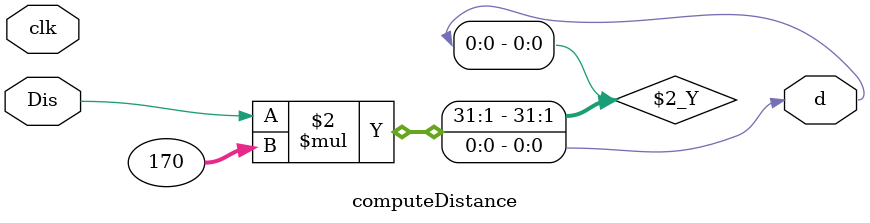
<source format=v>
`timescale 1ns / 1ps
module computeDistance(
		input wire clk,
		input wire Dis,
		output reg d
    );
	 always @ ( Dis )
		begin
			d <= Dis * 170;
		end
endmodule

</source>
